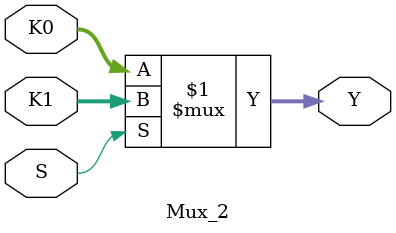
<source format=v>
`timescale 1ns / 1ps


module Mux_2(input S, input [19:0]K0,K1, output [19:0]Y);
assign Y = S ? K1:K0;
endmodule

</source>
